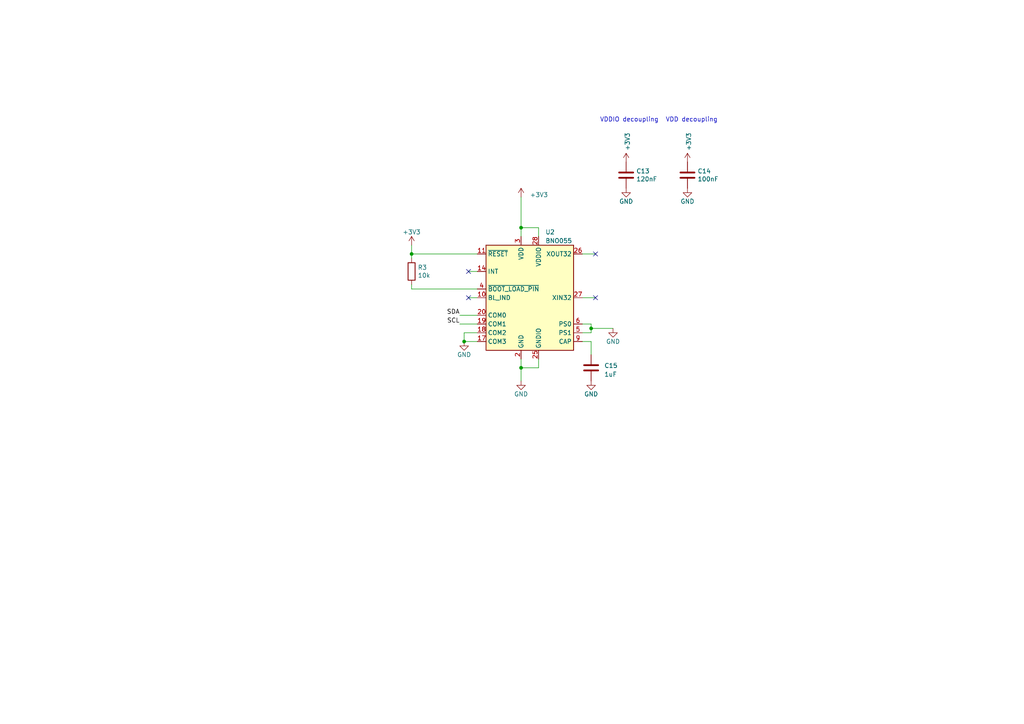
<source format=kicad_sch>
(kicad_sch (version 20230121) (generator eeschema)

  (uuid 2ff08876-bc76-49b9-b1fc-d7e704d9410a)

  (paper "A4")

  (lib_symbols
    (symbol "Device:C" (pin_numbers hide) (pin_names (offset 0.254)) (in_bom yes) (on_board yes)
      (property "Reference" "C" (at 0.635 2.54 0)
        (effects (font (size 1.27 1.27)) (justify left))
      )
      (property "Value" "C" (at 0.635 -2.54 0)
        (effects (font (size 1.27 1.27)) (justify left))
      )
      (property "Footprint" "" (at 0.9652 -3.81 0)
        (effects (font (size 1.27 1.27)) hide)
      )
      (property "Datasheet" "~" (at 0 0 0)
        (effects (font (size 1.27 1.27)) hide)
      )
      (property "ki_keywords" "cap capacitor" (at 0 0 0)
        (effects (font (size 1.27 1.27)) hide)
      )
      (property "ki_description" "Unpolarized capacitor" (at 0 0 0)
        (effects (font (size 1.27 1.27)) hide)
      )
      (property "ki_fp_filters" "C_*" (at 0 0 0)
        (effects (font (size 1.27 1.27)) hide)
      )
      (symbol "C_0_1"
        (polyline
          (pts
            (xy -2.032 -0.762)
            (xy 2.032 -0.762)
          )
          (stroke (width 0.508) (type default))
          (fill (type none))
        )
        (polyline
          (pts
            (xy -2.032 0.762)
            (xy 2.032 0.762)
          )
          (stroke (width 0.508) (type default))
          (fill (type none))
        )
      )
      (symbol "C_1_1"
        (pin passive line (at 0 3.81 270) (length 2.794)
          (name "~" (effects (font (size 1.27 1.27))))
          (number "1" (effects (font (size 1.27 1.27))))
        )
        (pin passive line (at 0 -3.81 90) (length 2.794)
          (name "~" (effects (font (size 1.27 1.27))))
          (number "2" (effects (font (size 1.27 1.27))))
        )
      )
    )
    (symbol "Device:R" (pin_numbers hide) (pin_names (offset 0)) (in_bom yes) (on_board yes)
      (property "Reference" "R" (at 2.032 0 90)
        (effects (font (size 1.27 1.27)))
      )
      (property "Value" "R" (at 0 0 90)
        (effects (font (size 1.27 1.27)))
      )
      (property "Footprint" "" (at -1.778 0 90)
        (effects (font (size 1.27 1.27)) hide)
      )
      (property "Datasheet" "~" (at 0 0 0)
        (effects (font (size 1.27 1.27)) hide)
      )
      (property "ki_keywords" "R res resistor" (at 0 0 0)
        (effects (font (size 1.27 1.27)) hide)
      )
      (property "ki_description" "Resistor" (at 0 0 0)
        (effects (font (size 1.27 1.27)) hide)
      )
      (property "ki_fp_filters" "R_*" (at 0 0 0)
        (effects (font (size 1.27 1.27)) hide)
      )
      (symbol "R_0_1"
        (rectangle (start -1.016 -2.54) (end 1.016 2.54)
          (stroke (width 0.254) (type default))
          (fill (type none))
        )
      )
      (symbol "R_1_1"
        (pin passive line (at 0 3.81 270) (length 1.27)
          (name "~" (effects (font (size 1.27 1.27))))
          (number "1" (effects (font (size 1.27 1.27))))
        )
        (pin passive line (at 0 -3.81 90) (length 1.27)
          (name "~" (effects (font (size 1.27 1.27))))
          (number "2" (effects (font (size 1.27 1.27))))
        )
      )
    )
    (symbol "Sensor_Motion:BNO055" (in_bom yes) (on_board yes)
      (property "Reference" "U2" (at 4.4959 19.05 0)
        (effects (font (size 1.27 1.27)) (justify left))
      )
      (property "Value" "BNO055" (at 4.4959 16.51 0)
        (effects (font (size 1.27 1.27)) (justify left))
      )
      (property "Footprint" "Package_LGA:LGA-28_5.2x3.8mm_P0.5mm" (at 6.35 -16.51 0)
        (effects (font (size 1.27 1.27)) (justify left) hide)
      )
      (property "Datasheet" "https://www.bosch-sensortec.com/media/boschsensortec/downloads/datasheets/bst-bno055-ds000.pdf" (at 0 21.59 0)
        (effects (font (size 1.27 1.27)) hide)
      )
      (property "ki_keywords" "IMU Sensor Fusion I2C UART" (at 0 0 0)
        (effects (font (size 1.27 1.27)) hide)
      )
      (property "ki_description" "Intelligent 9-axis absolute orientation sensor, LGA-28" (at 0 0 0)
        (effects (font (size 1.27 1.27)) hide)
      )
      (property "ki_fp_filters" "LGA*5.2x3.8mm*P0.5mm*" (at 0 0 0)
        (effects (font (size 1.27 1.27)) hide)
      )
      (symbol "BNO055_0_1"
        (rectangle (start -12.7 15.24) (end 12.7 -15.24)
          (stroke (width 0.254) (type default))
          (fill (type background))
        )
      )
      (symbol "BNO055_1_1"
        (pin no_connect line (at -12.7 10.16 0) (length 2.54) hide
          (name "PIN1" (effects (font (size 1.27 1.27))))
          (number "1" (effects (font (size 1.27 1.27))))
        )
        (pin output line (at -15.24 0 0) (length 2.54)
          (name "BL_IND" (effects (font (size 1.27 1.27))))
          (number "10" (effects (font (size 1.27 1.27))))
        )
        (pin input line (at -15.24 12.7 0) (length 2.54)
          (name "~{RESET}" (effects (font (size 1.27 1.27))))
          (number "11" (effects (font (size 1.27 1.27))))
        )
        (pin no_connect line (at 12.7 10.16 180) (length 2.54) hide
          (name "PIN12" (effects (font (size 1.27 1.27))))
          (number "12" (effects (font (size 1.27 1.27))))
        )
        (pin no_connect line (at 12.7 7.62 180) (length 2.54) hide
          (name "PIN13" (effects (font (size 1.27 1.27))))
          (number "13" (effects (font (size 1.27 1.27))))
        )
        (pin output line (at -15.24 7.62 0) (length 2.54)
          (name "INT" (effects (font (size 1.27 1.27))))
          (number "14" (effects (font (size 1.27 1.27))))
        )
        (pin no_connect line (at 2.54 -17.78 90) (length 2.54) hide
          (name "PIN15" (effects (font (size 1.27 1.27))))
          (number "15" (effects (font (size 1.27 1.27))))
        )
        (pin no_connect line (at 2.54 -17.78 90) (length 2.54) hide
          (name "PIN16" (effects (font (size 1.27 1.27))))
          (number "16" (effects (font (size 1.27 1.27))))
        )
        (pin input line (at -15.24 -12.7 0) (length 2.54)
          (name "COM3" (effects (font (size 1.27 1.27))))
          (number "17" (effects (font (size 1.27 1.27))))
        )
        (pin passive line (at -15.24 -10.16 0) (length 2.54)
          (name "COM2" (effects (font (size 1.27 1.27))))
          (number "18" (effects (font (size 1.27 1.27))))
        )
        (pin bidirectional line (at -15.24 -7.62 0) (length 2.54)
          (name "COM1" (effects (font (size 1.27 1.27))))
          (number "19" (effects (font (size 1.27 1.27))))
        )
        (pin power_in line (at -2.54 -17.78 90) (length 2.54)
          (name "GND" (effects (font (size 1.27 1.27))))
          (number "2" (effects (font (size 1.27 1.27))))
        )
        (pin bidirectional line (at -15.24 -5.08 0) (length 2.54)
          (name "COM0" (effects (font (size 1.27 1.27))))
          (number "20" (effects (font (size 1.27 1.27))))
        )
        (pin no_connect line (at 12.7 5.08 180) (length 2.54) hide
          (name "PIN21" (effects (font (size 1.27 1.27))))
          (number "21" (effects (font (size 1.27 1.27))))
        )
        (pin no_connect line (at 12.7 2.54 180) (length 2.54) hide
          (name "PIN22" (effects (font (size 1.27 1.27))))
          (number "22" (effects (font (size 1.27 1.27))))
        )
        (pin no_connect line (at 12.7 -2.54 180) (length 2.54) hide
          (name "PIN23" (effects (font (size 1.27 1.27))))
          (number "23" (effects (font (size 1.27 1.27))))
        )
        (pin no_connect line (at 12.7 -5.08 180) (length 2.54) hide
          (name "PIN24" (effects (font (size 1.27 1.27))))
          (number "24" (effects (font (size 1.27 1.27))))
        )
        (pin passive line (at 2.54 -17.78 90) (length 2.54)
          (name "GNDIO" (effects (font (size 1.27 1.27))))
          (number "25" (effects (font (size 1.27 1.27))))
        )
        (pin output line (at 15.24 12.7 180) (length 2.54)
          (name "XOUT32" (effects (font (size 1.27 1.27))))
          (number "26" (effects (font (size 1.27 1.27))))
        )
        (pin input line (at 15.24 0 180) (length 2.54)
          (name "XIN32" (effects (font (size 1.27 1.27))))
          (number "27" (effects (font (size 1.27 1.27))))
        )
        (pin power_in line (at 2.54 17.78 270) (length 2.54)
          (name "VDDIO" (effects (font (size 1.27 1.27))))
          (number "28" (effects (font (size 1.27 1.27))))
        )
        (pin power_in line (at -2.54 17.78 270) (length 2.54)
          (name "VDD" (effects (font (size 1.27 1.27))))
          (number "3" (effects (font (size 1.27 1.27))))
        )
        (pin input line (at -15.24 2.54 0) (length 2.54)
          (name "~{BOOT_LOAD_PIN}" (effects (font (size 1.27 1.27))))
          (number "4" (effects (font (size 1.27 1.27))))
        )
        (pin input line (at 15.24 -10.16 180) (length 2.54)
          (name "PS1" (effects (font (size 1.27 1.27))))
          (number "5" (effects (font (size 1.27 1.27))))
        )
        (pin input line (at 15.24 -7.62 180) (length 2.54)
          (name "PS0" (effects (font (size 1.27 1.27))))
          (number "6" (effects (font (size 1.27 1.27))))
        )
        (pin bidirectional line (at -12.7 5.08 0) (length 2.54) hide
          (name "SWDIO" (effects (font (size 1.27 1.27))))
          (number "7" (effects (font (size 1.27 1.27))))
        )
        (pin input line (at -12.7 -2.54 0) (length 2.54) hide
          (name "SWCLK" (effects (font (size 1.27 1.27))))
          (number "8" (effects (font (size 1.27 1.27))))
        )
        (pin passive line (at 15.24 -12.7 180) (length 2.54)
          (name "CAP" (effects (font (size 1.27 1.27))))
          (number "9" (effects (font (size 1.27 1.27))))
        )
      )
    )
    (symbol "power:+3.3V" (power) (pin_names (offset 0)) (in_bom yes) (on_board yes)
      (property "Reference" "#PWR" (at 0 -3.81 0)
        (effects (font (size 1.27 1.27)) hide)
      )
      (property "Value" "+3.3V" (at 0 3.556 0)
        (effects (font (size 1.27 1.27)))
      )
      (property "Footprint" "" (at 0 0 0)
        (effects (font (size 1.27 1.27)) hide)
      )
      (property "Datasheet" "" (at 0 0 0)
        (effects (font (size 1.27 1.27)) hide)
      )
      (property "ki_keywords" "power-flag" (at 0 0 0)
        (effects (font (size 1.27 1.27)) hide)
      )
      (property "ki_description" "Power symbol creates a global label with name \"+3.3V\"" (at 0 0 0)
        (effects (font (size 1.27 1.27)) hide)
      )
      (symbol "+3.3V_0_1"
        (polyline
          (pts
            (xy -0.762 1.27)
            (xy 0 2.54)
          )
          (stroke (width 0) (type default))
          (fill (type none))
        )
        (polyline
          (pts
            (xy 0 0)
            (xy 0 2.54)
          )
          (stroke (width 0) (type default))
          (fill (type none))
        )
        (polyline
          (pts
            (xy 0 2.54)
            (xy 0.762 1.27)
          )
          (stroke (width 0) (type default))
          (fill (type none))
        )
      )
      (symbol "+3.3V_1_1"
        (pin power_in line (at 0 0 90) (length 0) hide
          (name "+3V3" (effects (font (size 1.27 1.27))))
          (number "1" (effects (font (size 1.27 1.27))))
        )
      )
    )
    (symbol "power:GND" (power) (pin_names (offset 0)) (in_bom yes) (on_board yes)
      (property "Reference" "#PWR" (at 0 -6.35 0)
        (effects (font (size 1.27 1.27)) hide)
      )
      (property "Value" "GND" (at 0 -3.81 0)
        (effects (font (size 1.27 1.27)))
      )
      (property "Footprint" "" (at 0 0 0)
        (effects (font (size 1.27 1.27)) hide)
      )
      (property "Datasheet" "" (at 0 0 0)
        (effects (font (size 1.27 1.27)) hide)
      )
      (property "ki_keywords" "power-flag" (at 0 0 0)
        (effects (font (size 1.27 1.27)) hide)
      )
      (property "ki_description" "Power symbol creates a global label with name \"GND\" , ground" (at 0 0 0)
        (effects (font (size 1.27 1.27)) hide)
      )
      (symbol "GND_0_1"
        (polyline
          (pts
            (xy 0 0)
            (xy 0 -1.27)
            (xy 1.27 -1.27)
            (xy 0 -2.54)
            (xy -1.27 -1.27)
            (xy 0 -1.27)
          )
          (stroke (width 0) (type default))
          (fill (type none))
        )
      )
      (symbol "GND_1_1"
        (pin power_in line (at 0 0 270) (length 0) hide
          (name "GND" (effects (font (size 1.27 1.27))))
          (number "1" (effects (font (size 1.27 1.27))))
        )
      )
    )
  )

  (junction (at 134.62 99.06) (diameter 0) (color 0 0 0 0)
    (uuid 618ec17b-5dba-4f84-8565-60f11c7a09e2)
  )
  (junction (at 171.45 95.25) (diameter 0) (color 0 0 0 0)
    (uuid 6bcd72ea-a105-4cfb-95e2-95f755beaa2a)
  )
  (junction (at 151.13 66.04) (diameter 0) (color 0 0 0 0)
    (uuid bff87cc8-d917-44d7-bfb9-b099126d0b17)
  )
  (junction (at 151.13 106.68) (diameter 0) (color 0 0 0 0)
    (uuid d48783d7-529a-42f9-b9eb-ddbe24dee9a2)
  )
  (junction (at 119.38 73.66) (diameter 0) (color 0 0 0 0)
    (uuid edc75891-2cb6-4964-baf9-3bcb7323f1c7)
  )

  (no_connect (at 135.89 78.74) (uuid 198c04ed-312c-40b6-97c7-048934e87c88))
  (no_connect (at 172.72 73.66) (uuid 6e1491db-b665-4d96-bcfb-cdcd5d532307))
  (no_connect (at 172.72 86.36) (uuid c67bce41-5f2b-4cd9-ab43-127b06af6c5d))
  (no_connect (at 135.89 86.36) (uuid f7eea9f0-ffa5-4a29-b0df-b912f1a65caa))

  (wire (pts (xy 156.21 66.04) (xy 156.21 68.58))
    (stroke (width 0) (type default))
    (uuid 05034244-dd0d-4180-b938-0c862bfd49f2)
  )
  (wire (pts (xy 134.62 96.52) (xy 134.62 99.06))
    (stroke (width 0) (type default))
    (uuid 1d9124de-3f4b-46cb-b6b3-966351c36357)
  )
  (wire (pts (xy 151.13 57.15) (xy 151.13 66.04))
    (stroke (width 0) (type default))
    (uuid 2fbe7260-f6f0-4f52-9a80-9898f657389a)
  )
  (wire (pts (xy 171.45 99.06) (xy 171.45 102.87))
    (stroke (width 0) (type default))
    (uuid 3f1653aa-0f62-4182-9533-3a7f63c9fb82)
  )
  (wire (pts (xy 119.38 83.82) (xy 138.43 83.82))
    (stroke (width 0) (type default))
    (uuid 43a7c666-87d4-4e08-8094-274debce8077)
  )
  (wire (pts (xy 168.91 93.98) (xy 171.45 93.98))
    (stroke (width 0) (type default))
    (uuid 455114b6-734d-41b4-b76e-0b1e49a326c7)
  )
  (wire (pts (xy 171.45 95.25) (xy 171.45 96.52))
    (stroke (width 0) (type default))
    (uuid 4d20c9f2-0c1e-4acb-ba9a-2d6a9e96876c)
  )
  (wire (pts (xy 134.62 99.06) (xy 138.43 99.06))
    (stroke (width 0) (type default))
    (uuid 6213f522-4577-4049-bbc9-99148b51868f)
  )
  (wire (pts (xy 119.38 83.82) (xy 119.38 82.55))
    (stroke (width 0) (type default))
    (uuid 67b61deb-9349-4579-b48e-57616b2d6fc8)
  )
  (wire (pts (xy 151.13 106.68) (xy 156.21 106.68))
    (stroke (width 0) (type default))
    (uuid 6a50e252-cc42-4939-b122-8d5051c46951)
  )
  (wire (pts (xy 168.91 99.06) (xy 171.45 99.06))
    (stroke (width 0) (type default))
    (uuid 6a54a417-cead-4ddc-9d5e-d96b51c6d000)
  )
  (wire (pts (xy 151.13 104.14) (xy 151.13 106.68))
    (stroke (width 0) (type default))
    (uuid 6aab249f-d911-4711-b832-71d7f65896af)
  )
  (wire (pts (xy 171.45 95.25) (xy 177.8 95.25))
    (stroke (width 0) (type default))
    (uuid 6c1ee6cb-3baf-425f-b422-98e546acc867)
  )
  (wire (pts (xy 135.89 86.36) (xy 138.43 86.36))
    (stroke (width 0) (type default))
    (uuid 80737c0e-0018-4b69-ba81-91af199b74f7)
  )
  (wire (pts (xy 168.91 73.66) (xy 172.72 73.66))
    (stroke (width 0) (type default))
    (uuid 8b3f85e5-5d8b-4cfc-9a18-d6321460e364)
  )
  (wire (pts (xy 151.13 66.04) (xy 156.21 66.04))
    (stroke (width 0) (type default))
    (uuid 92a0e230-aaca-46e9-970f-f7aee43ef9fc)
  )
  (wire (pts (xy 119.38 73.66) (xy 138.43 73.66))
    (stroke (width 0) (type default))
    (uuid a3902b4d-da40-4c58-b459-f13e52192397)
  )
  (wire (pts (xy 135.89 78.74) (xy 138.43 78.74))
    (stroke (width 0) (type default))
    (uuid a4ceacb9-d0ce-48c3-90ac-78510aec83da)
  )
  (wire (pts (xy 156.21 104.14) (xy 156.21 106.68))
    (stroke (width 0) (type default))
    (uuid bbb8fe54-f19a-4e49-88df-e2f3390556c5)
  )
  (wire (pts (xy 151.13 66.04) (xy 151.13 68.58))
    (stroke (width 0) (type default))
    (uuid bc13c137-f630-46f9-9ff7-87a80026a770)
  )
  (wire (pts (xy 171.45 96.52) (xy 168.91 96.52))
    (stroke (width 0) (type default))
    (uuid c40e4d42-e3a2-4a6d-a52e-3492fa1a557b)
  )
  (wire (pts (xy 133.35 91.44) (xy 138.43 91.44))
    (stroke (width 0) (type default))
    (uuid c78cb5f7-de6b-4687-aca3-7b2ef216b726)
  )
  (wire (pts (xy 168.91 86.36) (xy 172.72 86.36))
    (stroke (width 0) (type default))
    (uuid ca440907-03c9-453c-a695-891ff3f56f98)
  )
  (wire (pts (xy 133.35 93.98) (xy 138.43 93.98))
    (stroke (width 0) (type default))
    (uuid cb353530-1fd0-405c-b997-4734e96ec9ca)
  )
  (wire (pts (xy 119.38 71.12) (xy 119.38 73.66))
    (stroke (width 0) (type default))
    (uuid cb40884d-111b-49fe-9317-b07b115c5f49)
  )
  (wire (pts (xy 138.43 96.52) (xy 134.62 96.52))
    (stroke (width 0) (type default))
    (uuid e033ac16-4aec-47c3-a4ff-ee25186a881c)
  )
  (wire (pts (xy 151.13 106.68) (xy 151.13 110.49))
    (stroke (width 0) (type default))
    (uuid e1ab5a60-8fc4-4f74-973f-bb6ea722663b)
  )
  (wire (pts (xy 119.38 73.66) (xy 119.38 74.93))
    (stroke (width 0) (type default))
    (uuid ef27cce5-4366-4146-96b4-a3a673455613)
  )
  (wire (pts (xy 171.45 93.98) (xy 171.45 95.25))
    (stroke (width 0) (type default))
    (uuid f9b6620e-fb2e-4e81-a3c9-4032251ab5b3)
  )

  (text "VDDIO decoupling\n" (at 173.99 35.56 0)
    (effects (font (size 1.27 1.27)) (justify left bottom))
    (uuid 31b390d1-5408-4479-b4ef-854875c8db72)
  )
  (text "VDD decoupling\n" (at 193.04 35.56 0)
    (effects (font (size 1.27 1.27)) (justify left bottom))
    (uuid 877337f6-a9fc-4028-8067-28ee70d199ef)
  )

  (label "SCL" (at 133.35 93.98 180) (fields_autoplaced)
    (effects (font (size 1.27 1.27)) (justify right bottom))
    (uuid 8f4f4f13-630c-4dd6-ac0c-89346ebeb28f)
  )
  (label "SDA" (at 133.35 91.44 180) (fields_autoplaced)
    (effects (font (size 1.27 1.27)) (justify right bottom))
    (uuid 9279b64c-03dd-4916-ada6-1ea1a6bade8c)
  )

  (symbol (lib_id "power:GND") (at 134.62 99.06 0) (unit 1)
    (in_bom yes) (on_board yes) (dnp no)
    (uuid 0ce4b660-91b3-46ab-b4a0-43e729eb32ca)
    (property "Reference" "#PWR048" (at 134.62 105.41 0)
      (effects (font (size 1.27 1.27)) hide)
    )
    (property "Value" "GND" (at 134.62 102.87 0)
      (effects (font (size 1.27 1.27)))
    )
    (property "Footprint" "" (at 134.62 99.06 0)
      (effects (font (size 1.27 1.27)) hide)
    )
    (property "Datasheet" "" (at 134.62 99.06 0)
      (effects (font (size 1.27 1.27)) hide)
    )
    (pin "1" (uuid 12216aac-832d-41c7-b796-1deef1ec65c4))
    (instances
      (project "NEW_PCB_ADCS"
        (path "/42c40d7d-71af-4ce9-bac9-d638f259c957/ba04218b-8bf3-443f-b78c-44dd521550b8"
          (reference "#PWR048") (unit 1)
        )
      )
      (project "pq9ish-main-hw"
        (path "/619b49ed-1bcd-4c84-8c0f-98372f01728f/00000000-0000-0000-0000-00005a285dd1"
          (reference "#PWR033") (unit 1)
        )
        (path "/619b49ed-1bcd-4c84-8c0f-98372f01728f"
          (reference "#PWR01") (unit 1)
        )
        (path "/619b49ed-1bcd-4c84-8c0f-98372f01728f/ba04218b-8bf3-443f-b78c-44dd521550b8"
          (reference "#PWR02") (unit 1)
        )
      )
    )
  )

  (symbol (lib_id "power:+3.3V") (at 199.39 46.99 0) (unit 1)
    (in_bom yes) (on_board yes) (dnp no)
    (uuid 3c81d7e4-f477-4baf-862e-ddbad23386d4)
    (property "Reference" "#PWR023" (at 199.39 50.8 0)
      (effects (font (size 1.27 1.27)) hide)
    )
    (property "Value" "+3.3V" (at 199.771 43.7388 90)
      (effects (font (size 1.27 1.27)) (justify left))
    )
    (property "Footprint" "" (at 199.39 46.99 0)
      (effects (font (size 1.27 1.27)) hide)
    )
    (property "Datasheet" "" (at 199.39 46.99 0)
      (effects (font (size 1.27 1.27)) hide)
    )
    (pin "1" (uuid 1c047bf2-8702-4bd1-8c72-4874eb847bbd))
    (instances
      (project "NEW_PCB_ADCS"
        (path "/42c40d7d-71af-4ce9-bac9-d638f259c957"
          (reference "#PWR023") (unit 1)
        )
        (path "/42c40d7d-71af-4ce9-bac9-d638f259c957/ba04218b-8bf3-443f-b78c-44dd521550b8"
          (reference "#PWR044") (unit 1)
        )
      )
      (project "pq9ish-main-hw"
        (path "/619b49ed-1bcd-4c84-8c0f-98372f01728f"
          (reference "#PWR023") (unit 1)
        )
      )
    )
  )

  (symbol (lib_id "power:+3.3V") (at 181.61 46.99 0) (unit 1)
    (in_bom yes) (on_board yes) (dnp no)
    (uuid 50a6d084-a002-4f30-b224-3e1cac43616c)
    (property "Reference" "#PWR023" (at 181.61 50.8 0)
      (effects (font (size 1.27 1.27)) hide)
    )
    (property "Value" "+3.3V" (at 181.991 43.7388 90)
      (effects (font (size 1.27 1.27)) (justify left))
    )
    (property "Footprint" "" (at 181.61 46.99 0)
      (effects (font (size 1.27 1.27)) hide)
    )
    (property "Datasheet" "" (at 181.61 46.99 0)
      (effects (font (size 1.27 1.27)) hide)
    )
    (pin "1" (uuid bb5ae3aa-e336-41bb-b717-7cdf35d49bcb))
    (instances
      (project "NEW_PCB_ADCS"
        (path "/42c40d7d-71af-4ce9-bac9-d638f259c957"
          (reference "#PWR023") (unit 1)
        )
        (path "/42c40d7d-71af-4ce9-bac9-d638f259c957/ba04218b-8bf3-443f-b78c-44dd521550b8"
          (reference "#PWR041") (unit 1)
        )
      )
      (project "pq9ish-main-hw"
        (path "/619b49ed-1bcd-4c84-8c0f-98372f01728f"
          (reference "#PWR023") (unit 1)
        )
      )
    )
  )

  (symbol (lib_id "power:+3.3V") (at 119.38 71.12 0) (unit 1)
    (in_bom yes) (on_board yes) (dnp no) (fields_autoplaced)
    (uuid 78a40a81-a154-4570-81e5-a4bf2c7ef630)
    (property "Reference" "#PWR023" (at 119.38 74.93 0)
      (effects (font (size 1.27 1.27)) hide)
    )
    (property "Value" "VCCQ" (at 119.38 67.31 0)
      (effects (font (size 1.27 1.27)))
    )
    (property "Footprint" "" (at 119.38 71.12 0)
      (effects (font (size 1.27 1.27)) hide)
    )
    (property "Datasheet" "" (at 119.38 71.12 0)
      (effects (font (size 1.27 1.27)) hide)
    )
    (pin "1" (uuid 32281215-ef3a-44ef-876a-38121ba81d24))
    (instances
      (project "NEW_PCB_ADCS"
        (path "/42c40d7d-71af-4ce9-bac9-d638f259c957"
          (reference "#PWR023") (unit 1)
        )
        (path "/42c40d7d-71af-4ce9-bac9-d638f259c957/ba04218b-8bf3-443f-b78c-44dd521550b8"
          (reference "#PWR049") (unit 1)
        )
      )
      (project "pq9ish-main-hw"
        (path "/619b49ed-1bcd-4c84-8c0f-98372f01728f"
          (reference "#PWR023") (unit 1)
        )
      )
    )
  )

  (symbol (lib_id "power:GND") (at 199.39 54.61 0) (unit 1)
    (in_bom yes) (on_board yes) (dnp no)
    (uuid 821cc0d8-7676-46e6-8a36-2244a08e0a18)
    (property "Reference" "#PWR043" (at 199.39 60.96 0)
      (effects (font (size 1.27 1.27)) hide)
    )
    (property "Value" "GND" (at 199.39 58.42 0)
      (effects (font (size 1.27 1.27)))
    )
    (property "Footprint" "" (at 199.39 54.61 0)
      (effects (font (size 1.27 1.27)) hide)
    )
    (property "Datasheet" "" (at 199.39 54.61 0)
      (effects (font (size 1.27 1.27)) hide)
    )
    (pin "1" (uuid 561d1420-2fb2-4d79-a47a-84ceceed5736))
    (instances
      (project "NEW_PCB_ADCS"
        (path "/42c40d7d-71af-4ce9-bac9-d638f259c957/ba04218b-8bf3-443f-b78c-44dd521550b8"
          (reference "#PWR043") (unit 1)
        )
      )
      (project "pq9ish-main-hw"
        (path "/619b49ed-1bcd-4c84-8c0f-98372f01728f/00000000-0000-0000-0000-00005a285dd1"
          (reference "#PWR033") (unit 1)
        )
        (path "/619b49ed-1bcd-4c84-8c0f-98372f01728f"
          (reference "#PWR01") (unit 1)
        )
        (path "/619b49ed-1bcd-4c84-8c0f-98372f01728f/ba04218b-8bf3-443f-b78c-44dd521550b8"
          (reference "#PWR02") (unit 1)
        )
      )
    )
  )

  (symbol (lib_id "power:GND") (at 151.13 110.49 0) (unit 1)
    (in_bom yes) (on_board yes) (dnp no)
    (uuid 8f2edc21-6495-41d9-a34a-e5e08658b1b6)
    (property "Reference" "#PWR033" (at 151.13 116.84 0)
      (effects (font (size 1.27 1.27)) hide)
    )
    (property "Value" "GND" (at 151.13 114.3 0)
      (effects (font (size 1.27 1.27)))
    )
    (property "Footprint" "" (at 151.13 110.49 0)
      (effects (font (size 1.27 1.27)) hide)
    )
    (property "Datasheet" "" (at 151.13 110.49 0)
      (effects (font (size 1.27 1.27)) hide)
    )
    (pin "1" (uuid 467f8b01-2f7b-4b36-b781-9db43253dd85))
    (instances
      (project "NEW_PCB_ADCS"
        (path "/42c40d7d-71af-4ce9-bac9-d638f259c957/ba04218b-8bf3-443f-b78c-44dd521550b8"
          (reference "#PWR033") (unit 1)
        )
      )
      (project "pq9ish-main-hw"
        (path "/619b49ed-1bcd-4c84-8c0f-98372f01728f/00000000-0000-0000-0000-00005a285dd1"
          (reference "#PWR033") (unit 1)
        )
        (path "/619b49ed-1bcd-4c84-8c0f-98372f01728f"
          (reference "#PWR01") (unit 1)
        )
        (path "/619b49ed-1bcd-4c84-8c0f-98372f01728f/ba04218b-8bf3-443f-b78c-44dd521550b8"
          (reference "#PWR02") (unit 1)
        )
      )
    )
  )

  (symbol (lib_id "power:GND") (at 177.8 95.25 0) (unit 1)
    (in_bom yes) (on_board yes) (dnp no)
    (uuid a455e0dc-5a2d-4827-b520-91d958926c6c)
    (property "Reference" "#PWR045" (at 177.8 101.6 0)
      (effects (font (size 1.27 1.27)) hide)
    )
    (property "Value" "GND" (at 177.8 99.06 0)
      (effects (font (size 1.27 1.27)))
    )
    (property "Footprint" "" (at 177.8 95.25 0)
      (effects (font (size 1.27 1.27)) hide)
    )
    (property "Datasheet" "" (at 177.8 95.25 0)
      (effects (font (size 1.27 1.27)) hide)
    )
    (pin "1" (uuid 093c2ff1-fd4b-4895-8e76-f2502dbcc6b6))
    (instances
      (project "NEW_PCB_ADCS"
        (path "/42c40d7d-71af-4ce9-bac9-d638f259c957/ba04218b-8bf3-443f-b78c-44dd521550b8"
          (reference "#PWR045") (unit 1)
        )
      )
      (project "pq9ish-main-hw"
        (path "/619b49ed-1bcd-4c84-8c0f-98372f01728f/00000000-0000-0000-0000-00005a285dd1"
          (reference "#PWR033") (unit 1)
        )
        (path "/619b49ed-1bcd-4c84-8c0f-98372f01728f"
          (reference "#PWR01") (unit 1)
        )
        (path "/619b49ed-1bcd-4c84-8c0f-98372f01728f/ba04218b-8bf3-443f-b78c-44dd521550b8"
          (reference "#PWR02") (unit 1)
        )
      )
    )
  )

  (symbol (lib_id "Sensor_Motion:BNO055") (at 153.67 86.36 0) (unit 1)
    (in_bom yes) (on_board yes) (dnp no) (fields_autoplaced)
    (uuid b679ca60-5874-432b-a0df-e6295276981c)
    (property "Reference" "U2" (at 158.1659 67.31 0)
      (effects (font (size 1.27 1.27)) (justify left))
    )
    (property "Value" "BNO055" (at 158.1659 69.85 0)
      (effects (font (size 1.27 1.27)) (justify left))
    )
    (property "Footprint" "Package_LGA:LGA-28_5.2x3.8mm_P0.5mm" (at 160.02 102.87 0)
      (effects (font (size 1.27 1.27)) (justify left) hide)
    )
    (property "Datasheet" "https://www.bosch-sensortec.com/media/boschsensortec/downloads/datasheets/bst-bno055-ds000.pdf" (at 153.67 64.77 0)
      (effects (font (size 1.27 1.27)) hide)
    )
    (pin "1" (uuid 9a15b899-401a-41ec-85ba-73d21c58f7b7))
    (pin "10" (uuid 0b437e4f-bba2-4093-aace-2698df8dc9e2))
    (pin "11" (uuid 3f2acf92-f17c-4de9-aa17-a5ef151452ec))
    (pin "12" (uuid 7006b693-cdd7-490b-8c7a-db156fce7a20))
    (pin "13" (uuid 7d58c9d9-b47f-43bf-9f4d-4dae95f2b8e3))
    (pin "14" (uuid bbc2329d-e9b5-4aca-a3cc-914a79386440))
    (pin "15" (uuid a78a3fd8-0ec2-49a8-bd2c-1827cead95ac))
    (pin "16" (uuid 44bc75a0-90e6-4940-a535-ef95c199d8da))
    (pin "17" (uuid 4093d33c-c75a-4583-bd2e-9ec49007600b))
    (pin "18" (uuid 5c1bc625-56d1-469e-aceb-d14501dde7fd))
    (pin "19" (uuid 43a9abc7-392f-4269-ad6a-dbfc939763e1))
    (pin "2" (uuid 5ecd65ed-a730-4920-90e1-1a76ddf776c2))
    (pin "20" (uuid ffcb67a2-c5b0-43cb-92c7-73294d691470))
    (pin "21" (uuid 1c0dbbc7-efc6-40f8-8d2f-8457e9426f0a))
    (pin "22" (uuid c3193b77-8319-45f2-beef-a509a81ef760))
    (pin "23" (uuid a6af4ab0-c22e-41f8-9040-3981ffc2f0c5))
    (pin "24" (uuid cc62691a-8dd1-4ee3-bd30-d64419fcb569))
    (pin "25" (uuid 7f85d76a-28f1-478c-8ef7-a0c67235cc32))
    (pin "26" (uuid dd783e60-1f3d-4707-bd7d-9f6e6dabd8b2))
    (pin "27" (uuid c6186467-34d6-4855-9c80-9f1c904480eb))
    (pin "28" (uuid 9e024539-1d56-4896-8868-a6d813915632))
    (pin "3" (uuid f8b547a2-b14c-4f92-98cb-a58c0aa63cf0))
    (pin "4" (uuid 8ff8e2d1-42ad-461b-8ffd-ae99b6d123c2))
    (pin "5" (uuid d37eec80-ab4d-4cb1-9275-0bff920c8f85))
    (pin "6" (uuid 1444919b-d0e0-4f19-880d-47771c10ac99))
    (pin "7" (uuid ddea7cfc-3af1-4f82-8272-f7dbf164713d))
    (pin "8" (uuid 5bff276c-f746-4c0b-873e-1a05a066ff27))
    (pin "9" (uuid 005286ce-5b54-46be-a3ca-670f4de4140d))
    (instances
      (project "NEW_PCB_ADCS"
        (path "/42c40d7d-71af-4ce9-bac9-d638f259c957/ba04218b-8bf3-443f-b78c-44dd521550b8"
          (reference "U2") (unit 1)
        )
      )
      (project "pq9ish-main-hw"
        (path "/619b49ed-1bcd-4c84-8c0f-98372f01728f"
          (reference "U2") (unit 1)
        )
        (path "/619b49ed-1bcd-4c84-8c0f-98372f01728f/ba04218b-8bf3-443f-b78c-44dd521550b8"
          (reference "U2") (unit 1)
        )
      )
    )
  )

  (symbol (lib_id "Device:C") (at 171.45 106.68 0) (unit 1)
    (in_bom yes) (on_board yes) (dnp no) (fields_autoplaced)
    (uuid c4d9bc7d-df49-42b1-8a87-5dd5304baf6d)
    (property "Reference" "C15" (at 175.26 106.045 0)
      (effects (font (size 1.27 1.27)) (justify left))
    )
    (property "Value" "1uF" (at 175.26 108.585 0)
      (effects (font (size 1.27 1.27)) (justify left))
    )
    (property "Footprint" "" (at 172.4152 110.49 0)
      (effects (font (size 1.27 1.27)) hide)
    )
    (property "Datasheet" "~" (at 171.45 106.68 0)
      (effects (font (size 1.27 1.27)) hide)
    )
    (pin "1" (uuid a70fa40a-1002-4646-9096-e2dd7e024434))
    (pin "2" (uuid 9ac369a5-610e-4241-a0b9-7a4954c09f38))
    (instances
      (project "NEW_PCB_ADCS"
        (path "/42c40d7d-71af-4ce9-bac9-d638f259c957/ba04218b-8bf3-443f-b78c-44dd521550b8"
          (reference "C15") (unit 1)
        )
      )
    )
  )

  (symbol (lib_id "power:GND") (at 181.61 54.61 0) (unit 1)
    (in_bom yes) (on_board yes) (dnp no)
    (uuid cd012b8e-4133-4ea3-8a5d-86eeb890b35a)
    (property "Reference" "#PWR042" (at 181.61 60.96 0)
      (effects (font (size 1.27 1.27)) hide)
    )
    (property "Value" "GND" (at 181.61 58.42 0)
      (effects (font (size 1.27 1.27)))
    )
    (property "Footprint" "" (at 181.61 54.61 0)
      (effects (font (size 1.27 1.27)) hide)
    )
    (property "Datasheet" "" (at 181.61 54.61 0)
      (effects (font (size 1.27 1.27)) hide)
    )
    (pin "1" (uuid 89893694-5eb2-4c4d-ba9a-b86781d22812))
    (instances
      (project "NEW_PCB_ADCS"
        (path "/42c40d7d-71af-4ce9-bac9-d638f259c957/ba04218b-8bf3-443f-b78c-44dd521550b8"
          (reference "#PWR042") (unit 1)
        )
      )
      (project "pq9ish-main-hw"
        (path "/619b49ed-1bcd-4c84-8c0f-98372f01728f/00000000-0000-0000-0000-00005a285dd1"
          (reference "#PWR033") (unit 1)
        )
        (path "/619b49ed-1bcd-4c84-8c0f-98372f01728f"
          (reference "#PWR01") (unit 1)
        )
        (path "/619b49ed-1bcd-4c84-8c0f-98372f01728f/ba04218b-8bf3-443f-b78c-44dd521550b8"
          (reference "#PWR02") (unit 1)
        )
      )
    )
  )

  (symbol (lib_id "Device:R") (at 119.38 78.74 0) (unit 1)
    (in_bom yes) (on_board yes) (dnp no)
    (uuid d193594f-7812-4487-a650-2b483b53b94f)
    (property "Reference" "R3" (at 121.158 77.5716 0)
      (effects (font (size 1.27 1.27)) (justify left))
    )
    (property "Value" "10k" (at 121.158 79.883 0)
      (effects (font (size 1.27 1.27)) (justify left))
    )
    (property "Footprint" "Resistor_SMD:R_0603_1608Metric_Pad1.05x0.95mm_HandSolder" (at 117.602 78.74 90)
      (effects (font (size 1.27 1.27)) hide)
    )
    (property "Datasheet" "~" (at 119.38 78.74 0)
      (effects (font (size 1.27 1.27)) hide)
    )
    (property "Part Number" "RE0603BRE0710KL" (at -73.66 168.91 0)
      (effects (font (size 1.27 1.27)) hide)
    )
    (pin "1" (uuid 64f325e8-cfb2-4f2a-a922-a3ccec9608e4))
    (pin "2" (uuid 1377bc5f-228b-4980-bf34-0fc02550f2e8))
    (instances
      (project "NEW_PCB_ADCS"
        (path "/42c40d7d-71af-4ce9-bac9-d638f259c957/ba04218b-8bf3-443f-b78c-44dd521550b8"
          (reference "R3") (unit 1)
        )
      )
      (project "pq9ish-main-hw"
        (path "/619b49ed-1bcd-4c84-8c0f-98372f01728f/00000000-0000-0000-0000-00005a285dd1"
          (reference "R3") (unit 1)
        )
        (path "/619b49ed-1bcd-4c84-8c0f-98372f01728f"
          (reference "R1") (unit 1)
        )
        (path "/619b49ed-1bcd-4c84-8c0f-98372f01728f/ba04218b-8bf3-443f-b78c-44dd521550b8"
          (reference "R4") (unit 1)
        )
      )
    )
  )

  (symbol (lib_id "Device:C") (at 181.61 50.8 0) (unit 1)
    (in_bom yes) (on_board yes) (dnp no)
    (uuid d8cd3d94-c320-49fa-b997-b4605d49df67)
    (property "Reference" "C13" (at 184.531 49.6316 0)
      (effects (font (size 1.27 1.27)) (justify left))
    )
    (property "Value" "120nF" (at 184.531 51.943 0)
      (effects (font (size 1.27 1.27)) (justify left))
    )
    (property "Footprint" "Capacitor_SMD:C_0603_1608Metric" (at 182.5752 54.61 0)
      (effects (font (size 1.27 1.27)) hide)
    )
    (property "Datasheet" "~" (at 181.61 50.8 0)
      (effects (font (size 1.27 1.27)) hide)
    )
    (property "Part Number" "C0603C104K9RACTU" (at 181.61 50.8 0)
      (effects (font (size 1.27 1.27)) hide)
    )
    (pin "1" (uuid a570ef46-89c3-4aed-a1f3-02752f7a9cb5))
    (pin "2" (uuid 9760f275-e7fa-460f-9da0-ae5528e2cc6e))
    (instances
      (project "NEW_PCB_ADCS"
        (path "/42c40d7d-71af-4ce9-bac9-d638f259c957/ba04218b-8bf3-443f-b78c-44dd521550b8"
          (reference "C13") (unit 1)
        )
      )
      (project "pq9ish-main-hw"
        (path "/619b49ed-1bcd-4c84-8c0f-98372f01728f/00000000-0000-0000-0000-00005a285dd1"
          (reference "C42") (unit 1)
        )
        (path "/619b49ed-1bcd-4c84-8c0f-98372f01728f"
          (reference "C1") (unit 1)
        )
        (path "/619b49ed-1bcd-4c84-8c0f-98372f01728f/ba04218b-8bf3-443f-b78c-44dd521550b8"
          (reference "C1") (unit 1)
        )
      )
    )
  )

  (symbol (lib_id "power:+3.3V") (at 151.13 57.15 0) (unit 1)
    (in_bom yes) (on_board yes) (dnp no) (fields_autoplaced)
    (uuid e725a5eb-ae52-4cea-8568-959c6d240f2a)
    (property "Reference" "#PWR023" (at 151.13 60.96 0)
      (effects (font (size 1.27 1.27)) hide)
    )
    (property "Value" "VCCQ" (at 153.67 56.515 0)
      (effects (font (size 1.27 1.27)) (justify left))
    )
    (property "Footprint" "" (at 151.13 57.15 0)
      (effects (font (size 1.27 1.27)) hide)
    )
    (property "Datasheet" "" (at 151.13 57.15 0)
      (effects (font (size 1.27 1.27)) hide)
    )
    (pin "1" (uuid 93c867b7-2967-4352-834c-c0af8b934633))
    (instances
      (project "NEW_PCB_ADCS"
        (path "/42c40d7d-71af-4ce9-bac9-d638f259c957"
          (reference "#PWR023") (unit 1)
        )
        (path "/42c40d7d-71af-4ce9-bac9-d638f259c957/ba04218b-8bf3-443f-b78c-44dd521550b8"
          (reference "#PWR034") (unit 1)
        )
      )
      (project "pq9ish-main-hw"
        (path "/619b49ed-1bcd-4c84-8c0f-98372f01728f"
          (reference "#PWR023") (unit 1)
        )
      )
    )
  )

  (symbol (lib_id "Device:C") (at 199.39 50.8 0) (unit 1)
    (in_bom yes) (on_board yes) (dnp no)
    (uuid f9d17715-058c-417f-948b-1f61f3df2e29)
    (property "Reference" "C14" (at 202.311 49.6316 0)
      (effects (font (size 1.27 1.27)) (justify left))
    )
    (property "Value" "100nF" (at 202.311 51.943 0)
      (effects (font (size 1.27 1.27)) (justify left))
    )
    (property "Footprint" "Capacitor_SMD:C_0603_1608Metric" (at 200.3552 54.61 0)
      (effects (font (size 1.27 1.27)) hide)
    )
    (property "Datasheet" "~" (at 199.39 50.8 0)
      (effects (font (size 1.27 1.27)) hide)
    )
    (property "Part Number" "C0603C104K9RACTU" (at 199.39 50.8 0)
      (effects (font (size 1.27 1.27)) hide)
    )
    (pin "1" (uuid 4326001a-1e5f-4601-a9e3-be08c9992e8e))
    (pin "2" (uuid ef0f6ba9-1817-4195-a184-b02733d99662))
    (instances
      (project "NEW_PCB_ADCS"
        (path "/42c40d7d-71af-4ce9-bac9-d638f259c957/ba04218b-8bf3-443f-b78c-44dd521550b8"
          (reference "C14") (unit 1)
        )
      )
      (project "pq9ish-main-hw"
        (path "/619b49ed-1bcd-4c84-8c0f-98372f01728f/00000000-0000-0000-0000-00005a285dd1"
          (reference "C42") (unit 1)
        )
        (path "/619b49ed-1bcd-4c84-8c0f-98372f01728f"
          (reference "C2") (unit 1)
        )
        (path "/619b49ed-1bcd-4c84-8c0f-98372f01728f/ba04218b-8bf3-443f-b78c-44dd521550b8"
          (reference "C2") (unit 1)
        )
      )
    )
  )

  (symbol (lib_id "power:GND") (at 171.45 110.49 0) (unit 1)
    (in_bom yes) (on_board yes) (dnp no)
    (uuid fea24c21-75e4-4235-be5b-1bc49e037d19)
    (property "Reference" "#PWR051" (at 171.45 116.84 0)
      (effects (font (size 1.27 1.27)) hide)
    )
    (property "Value" "GND" (at 171.45 114.3 0)
      (effects (font (size 1.27 1.27)))
    )
    (property "Footprint" "" (at 171.45 110.49 0)
      (effects (font (size 1.27 1.27)) hide)
    )
    (property "Datasheet" "" (at 171.45 110.49 0)
      (effects (font (size 1.27 1.27)) hide)
    )
    (pin "1" (uuid 930d02b3-cbae-4566-9e74-592c205be10c))
    (instances
      (project "NEW_PCB_ADCS"
        (path "/42c40d7d-71af-4ce9-bac9-d638f259c957/ba04218b-8bf3-443f-b78c-44dd521550b8"
          (reference "#PWR051") (unit 1)
        )
      )
      (project "pq9ish-main-hw"
        (path "/619b49ed-1bcd-4c84-8c0f-98372f01728f/00000000-0000-0000-0000-00005a285dd1"
          (reference "#PWR033") (unit 1)
        )
        (path "/619b49ed-1bcd-4c84-8c0f-98372f01728f"
          (reference "#PWR01") (unit 1)
        )
        (path "/619b49ed-1bcd-4c84-8c0f-98372f01728f/ba04218b-8bf3-443f-b78c-44dd521550b8"
          (reference "#PWR02") (unit 1)
        )
      )
    )
  )
)

</source>
